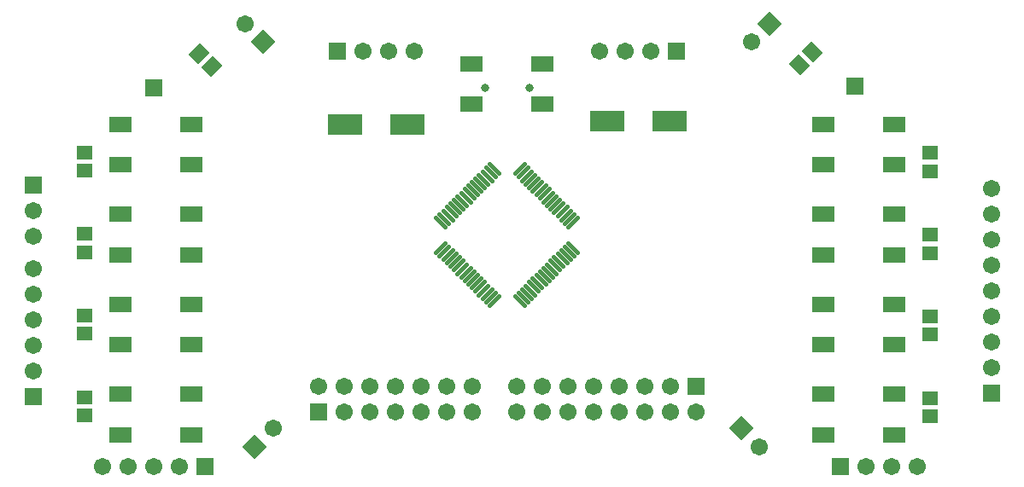
<source format=gts>
G04*
G04 #@! TF.GenerationSoftware,Altium Limited,Altium Designer,19.0.15 (446)*
G04*
G04 Layer_Color=8388736*
%FSLAX44Y44*%
%MOMM*%
G71*
G01*
G75*
%ADD16R,1.6032X1.4032*%
%ADD17R,2.2032X1.6032*%
G04:AMPARAMS|DCode=18|XSize=0.4532mm|YSize=1.7532mm|CornerRadius=0mm|HoleSize=0mm|Usage=FLASHONLY|Rotation=135.000|XOffset=0mm|YOffset=0mm|HoleType=Round|Shape=Round|*
%AMOVALD18*
21,1,1.3000,0.4532,0.0000,0.0000,225.0*
1,1,0.4532,0.4596,0.4596*
1,1,0.4532,-0.4596,-0.4596*
%
%ADD18OVALD18*%

G04:AMPARAMS|DCode=19|XSize=0.4532mm|YSize=1.7532mm|CornerRadius=0mm|HoleSize=0mm|Usage=FLASHONLY|Rotation=45.000|XOffset=0mm|YOffset=0mm|HoleType=Round|Shape=Round|*
%AMOVALD19*
21,1,1.3000,0.4532,0.0000,0.0000,135.0*
1,1,0.4532,0.4596,-0.4596*
1,1,0.4532,-0.4596,0.4596*
%
%ADD19OVALD19*%

G04:AMPARAMS|DCode=20|XSize=1.6032mm|YSize=1.4032mm|CornerRadius=0mm|HoleSize=0mm|Usage=FLASHONLY|Rotation=135.000|XOffset=0mm|YOffset=0mm|HoleType=Round|Shape=Rectangle|*
%AMROTATEDRECTD20*
4,1,4,1.0629,-0.0707,0.0707,-1.0629,-1.0629,0.0707,-0.0707,1.0629,1.0629,-0.0707,0.0*
%
%ADD20ROTATEDRECTD20*%

%ADD21R,3.4032X2.0532*%
G04:AMPARAMS|DCode=22|XSize=1.6032mm|YSize=1.4032mm|CornerRadius=0mm|HoleSize=0mm|Usage=FLASHONLY|Rotation=225.000|XOffset=0mm|YOffset=0mm|HoleType=Round|Shape=Rectangle|*
%AMROTATEDRECTD22*
4,1,4,0.0707,1.0629,1.0629,0.0707,-0.0707,-1.0629,-1.0629,-0.0707,0.0707,1.0629,0.0*
%
%ADD22ROTATEDRECTD22*%

%ADD23C,1.7032*%
%ADD24R,1.7032X1.7032*%
%ADD25R,1.7032X1.7032*%
%ADD26P,2.4087X4X360.0*%
%ADD27P,2.4087X4X270.0*%
%ADD28C,0.8032*%
D16*
X81039Y251160D02*
D03*
Y233160D02*
D03*
X919038Y169280D02*
D03*
Y151280D02*
D03*
Y250360D02*
D03*
Y232360D02*
D03*
Y313440D02*
D03*
Y331440D02*
D03*
X81039Y332240D02*
D03*
Y314240D02*
D03*
Y170080D02*
D03*
Y152080D02*
D03*
Y89000D02*
D03*
Y71000D02*
D03*
X919038Y70200D02*
D03*
Y88200D02*
D03*
D17*
X465000Y420000D02*
D03*
X535000D02*
D03*
X465000Y380000D02*
D03*
X535000D02*
D03*
X883776Y51946D02*
D03*
X813776D02*
D03*
X883776Y91946D02*
D03*
X813776D02*
D03*
X883776Y141297D02*
D03*
X813776D02*
D03*
X883776Y181297D02*
D03*
X813776D02*
D03*
X813776Y270649D02*
D03*
X883776D02*
D03*
X813776Y230649D02*
D03*
X883776D02*
D03*
X813776Y360000D02*
D03*
X883776D02*
D03*
X813776Y320000D02*
D03*
X883776D02*
D03*
X186855Y320000D02*
D03*
X116855D02*
D03*
X186855Y360000D02*
D03*
X116855D02*
D03*
X186855Y230649D02*
D03*
X116855Y230649D02*
D03*
X186855Y270649D02*
D03*
X116855D02*
D03*
X186855Y141298D02*
D03*
X116855D02*
D03*
X186855Y181298D02*
D03*
X116855D02*
D03*
X186855Y51947D02*
D03*
X116855D02*
D03*
X186855Y91947D02*
D03*
X116855D02*
D03*
D18*
X434416Y237449D02*
D03*
X437951Y233913D02*
D03*
X441487Y230378D02*
D03*
X445022Y226842D02*
D03*
X448558Y223307D02*
D03*
X452094Y219771D02*
D03*
X455629Y216236D02*
D03*
X459164Y212700D02*
D03*
X462700Y209164D02*
D03*
X466236Y205629D02*
D03*
X469771Y202094D02*
D03*
X473307Y198558D02*
D03*
X476842Y195022D02*
D03*
X480378Y191487D02*
D03*
X483913Y187951D02*
D03*
X487449Y184416D02*
D03*
X565584Y262551D02*
D03*
X562049Y266087D02*
D03*
X558513Y269622D02*
D03*
X554978Y273158D02*
D03*
X551442Y276693D02*
D03*
X547906Y280229D02*
D03*
X544371Y283764D02*
D03*
X540836Y287300D02*
D03*
X537300Y290836D02*
D03*
X533764Y294371D02*
D03*
X530229Y297906D02*
D03*
X526693Y301442D02*
D03*
X523158Y304978D02*
D03*
X519622Y308513D02*
D03*
X516087Y312049D02*
D03*
X512551Y315584D02*
D03*
D19*
Y184416D02*
D03*
X516087Y187951D02*
D03*
X519622Y191487D02*
D03*
X523158Y195022D02*
D03*
X526693Y198558D02*
D03*
X530229Y202094D02*
D03*
X533764Y205629D02*
D03*
X537300Y209164D02*
D03*
X540836Y212700D02*
D03*
X544371Y216236D02*
D03*
X547906Y219771D02*
D03*
X551442Y223307D02*
D03*
X554978Y226842D02*
D03*
X558513Y230378D02*
D03*
X562049Y233913D02*
D03*
X565584Y237449D02*
D03*
X487449Y315584D02*
D03*
X483913Y312049D02*
D03*
X480378Y308513D02*
D03*
X476842Y304978D02*
D03*
X473307Y301442D02*
D03*
X469771Y297906D02*
D03*
X466236Y294371D02*
D03*
X462700Y290836D02*
D03*
X459164Y287300D02*
D03*
X455629Y283764D02*
D03*
X452094Y280229D02*
D03*
X448558Y276693D02*
D03*
X445022Y273158D02*
D03*
X441487Y269622D02*
D03*
X437951Y266087D02*
D03*
X434416Y262551D02*
D03*
D20*
X802728Y431689D02*
D03*
X790000Y418961D02*
D03*
D21*
X660750Y363000D02*
D03*
X599250D02*
D03*
X339250Y360000D02*
D03*
X400750D02*
D03*
D22*
X194436Y430162D02*
D03*
X207164Y417434D02*
D03*
D23*
X980000Y118400D02*
D03*
Y296200D02*
D03*
Y270800D02*
D03*
Y245400D02*
D03*
Y220000D02*
D03*
Y194600D02*
D03*
Y169200D02*
D03*
Y143800D02*
D03*
X509200Y74600D02*
D03*
X509200Y100000D02*
D03*
X534600Y74600D02*
D03*
Y100000D02*
D03*
X560000Y74600D02*
D03*
Y100000D02*
D03*
X585400Y74600D02*
D03*
Y100000D02*
D03*
X610800Y74600D02*
D03*
Y100000D02*
D03*
X636200Y74600D02*
D03*
Y100000D02*
D03*
X661600Y74600D02*
D03*
X661600Y100000D02*
D03*
X687000Y74600D02*
D03*
X750000Y40000D02*
D03*
X856200Y20000D02*
D03*
X881600D02*
D03*
X907000D02*
D03*
X742040Y442039D02*
D03*
X642500Y432500D02*
D03*
X617100D02*
D03*
X591700D02*
D03*
X407900D02*
D03*
X382500D02*
D03*
X357100D02*
D03*
X240000Y460000D02*
D03*
X30000Y217000D02*
D03*
Y191600D02*
D03*
Y166200D02*
D03*
Y140800D02*
D03*
Y115400D02*
D03*
X175400Y20000D02*
D03*
X150000D02*
D03*
X124600D02*
D03*
X99200D02*
D03*
X267960Y57961D02*
D03*
X465400Y100000D02*
D03*
X465400Y74600D02*
D03*
X440000Y100000D02*
D03*
Y74600D02*
D03*
X414600Y100000D02*
D03*
Y74600D02*
D03*
X389200Y100000D02*
D03*
Y74600D02*
D03*
X363800Y100000D02*
D03*
X363800Y74600D02*
D03*
X338400Y100000D02*
D03*
Y74600D02*
D03*
X313000Y100000D02*
D03*
X30000Y274600D02*
D03*
Y249200D02*
D03*
D24*
X980000Y93000D02*
D03*
X30000Y90000D02*
D03*
X30000Y300000D02*
D03*
D25*
X845000Y397901D02*
D03*
X687000Y100000D02*
D03*
X830800Y20000D02*
D03*
X667900Y432500D02*
D03*
X331700D02*
D03*
X150000Y396000D02*
D03*
X200800Y20000D02*
D03*
X313000Y74600D02*
D03*
D26*
X732040Y57961D02*
D03*
X257960Y442039D02*
D03*
D27*
X760000Y460000D02*
D03*
X250000Y40000D02*
D03*
D28*
X521998Y396000D02*
D03*
X478000D02*
D03*
M02*

</source>
